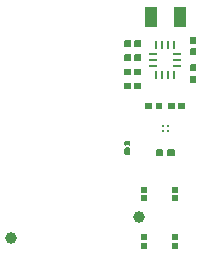
<source format=gtp>
G04 Layer: TopPasteMaskLayer*
G04 EasyEDA Pro v2.2.40.8, 2025-10-17 17:15:36*
G04 Gerber Generator version 0.3*
G04 Scale: 100 percent, Rotated: No, Reflected: No*
G04 Dimensions in millimeters*
G04 Leading zeros omitted, absolute positions, 4 integers and 5 decimals*
G04 Generated by one-click*
%FSLAX45Y45*%
%MOMM*%
%ADD10R,0.55001X0.55001*%
%ADD11R,0.28001X0.67501*%
%ADD12R,0.67501X0.28001*%
%ADD13C,0.18001*%
%ADD14R,1.0X1.8*%
%ADD15C,1.0007*%
%ADD16C,1.0*%
G75*


G04 PolygonModel Start*
G36*
G01X2442620Y2238112D02*
G01X2397619Y2238112D01*
G01X2392620Y2245110D01*
G01X2392620Y2293110D01*
G01X2397619Y2298112D01*
G01X2442620Y2298112D01*
G01X2447619Y2293110D01*
G01X2447619Y2245110D01*
G01X2442620Y2238112D01*
G37*
G36*
G01X2442620Y2142110D02*
G01X2397619Y2142110D01*
G01X2392620Y2147111D01*
G01X2392620Y2195110D01*
G01X2397619Y2202110D01*
G01X2442620Y2202110D01*
G01X2447619Y2195110D01*
G01X2447619Y2147111D01*
G01X2442620Y2142110D01*
G37*
G36*
G01X2397616Y2437116D02*
G01X2442617Y2437116D01*
G01X2447616Y2430119D01*
G01X2447616Y2382118D01*
G01X2442617Y2377116D01*
G01X2397616Y2377116D01*
G01X2392618Y2382118D01*
G01X2392618Y2430119D01*
G01X2397616Y2437116D01*
G37*
G36*
G01X2397616Y2533118D02*
G01X2442617Y2533118D01*
G01X2447616Y2528117D01*
G01X2447616Y2480118D01*
G01X2442617Y2473118D01*
G01X2397616Y2473118D01*
G01X2392618Y2480118D01*
G01X2392618Y2528117D01*
G01X2397616Y2533118D01*
G37*
G36*
G01X2201903Y1527498D02*
G01X2201903Y1572499D01*
G01X2208901Y1577498D01*
G01X2256902Y1577498D01*
G01X2261903Y1572499D01*
G01X2261903Y1527498D01*
G01X2256902Y1522499D01*
G01X2208901Y1522499D01*
G01X2201903Y1527498D01*
G37*
G36*
G01X2105902Y1527498D02*
G01X2105902Y1572499D01*
G01X2110903Y1577498D01*
G01X2158901Y1577498D01*
G01X2165901Y1572499D01*
G01X2165901Y1527498D01*
G01X2158901Y1522499D01*
G01X2110903Y1522499D01*
G01X2105902Y1527498D01*
G37*
G36*
G01X2291111Y1922095D02*
G01X2291111Y1968095D01*
G01X2295112Y1972095D01*
G01X2345175Y1972095D01*
G01X2349176Y1968095D01*
G01X2349176Y1922095D01*
G01X2345175Y1918095D01*
G01X2295112Y1918095D01*
G01X2291111Y1922095D01*
G37*
G36*
G01X2264111Y1922095D02*
G01X2264111Y1968095D01*
G01X2260111Y1972095D01*
G01X2210047Y1972095D01*
G01X2206047Y1968095D01*
G01X2206047Y1922095D01*
G01X2210047Y1918095D01*
G01X2260111Y1918095D01*
G01X2264111Y1922095D01*
G37*
G36*
G01X2074102Y1968095D02*
G01X2074102Y1922095D01*
G01X2070101Y1918095D01*
G01X2020038Y1918095D01*
G01X2016037Y1922095D01*
G01X2016037Y1968095D01*
G01X2020038Y1972095D01*
G01X2070101Y1972095D01*
G01X2074102Y1968095D01*
G37*
G36*
G01X2101102Y1968095D02*
G01X2101102Y1922095D01*
G01X2105102Y1918095D01*
G01X2155166Y1918095D01*
G01X2159166Y1922095D01*
G01X2159166Y1968095D01*
G01X2155166Y1972095D01*
G01X2105102Y1972095D01*
G01X2101102Y1968095D01*
G37*
G36*
G01X1894093Y2135603D02*
G01X1894093Y2089603D01*
G01X1890092Y2085603D01*
G01X1840029Y2085603D01*
G01X1836029Y2089603D01*
G01X1836029Y2135603D01*
G01X1840029Y2139603D01*
G01X1890092Y2139603D01*
G01X1894093Y2135603D01*
G37*
G36*
G01X1921093Y2135603D02*
G01X1921093Y2089603D01*
G01X1925094Y2085603D01*
G01X1975157Y2085603D01*
G01X1979158Y2089603D01*
G01X1979158Y2135603D01*
G01X1975157Y2139603D01*
G01X1925094Y2139603D01*
G01X1921093Y2135603D01*
G37*
G36*
G01X1894093Y2258109D02*
G01X1894093Y2212109D01*
G01X1890092Y2208109D01*
G01X1840029Y2208109D01*
G01X1836029Y2212109D01*
G01X1836029Y2258109D01*
G01X1840029Y2262109D01*
G01X1890092Y2262109D01*
G01X1894093Y2258109D01*
G37*
G36*
G01X1921093Y2258109D02*
G01X1921093Y2212109D01*
G01X1925094Y2208109D01*
G01X1975157Y2208109D01*
G01X1979158Y2212109D01*
G01X1979158Y2258109D01*
G01X1975157Y2262109D01*
G01X1925094Y2262109D01*
G01X1921093Y2258109D01*
G37*
G36*
G01X1894093Y2378115D02*
G01X1894093Y2332115D01*
G01X1890092Y2328115D01*
G01X1840029Y2328115D01*
G01X1836029Y2332115D01*
G01X1836029Y2378115D01*
G01X1840029Y2382115D01*
G01X1890092Y2382115D01*
G01X1894093Y2378115D01*
G37*
G36*
G01X1921093Y2378115D02*
G01X1921093Y2332115D01*
G01X1925094Y2328115D01*
G01X1975157Y2328115D01*
G01X1979158Y2332115D01*
G01X1979158Y2378115D01*
G01X1975157Y2382115D01*
G01X1925094Y2382115D01*
G01X1921093Y2378115D01*
G37*
G36*
G01X1894093Y2498120D02*
G01X1894093Y2452121D01*
G01X1890092Y2448121D01*
G01X1840029Y2448121D01*
G01X1836029Y2452121D01*
G01X1836029Y2498120D01*
G01X1840029Y2502121D01*
G01X1890092Y2502121D01*
G01X1894093Y2498120D01*
G37*
G36*
G01X1921093Y2498120D02*
G01X1921093Y2452121D01*
G01X1925094Y2448121D01*
G01X1975157Y2448121D01*
G01X1979158Y2452121D01*
G01X1979158Y2498120D01*
G01X1975157Y2502121D01*
G01X1925094Y2502121D01*
G01X1921093Y2498120D01*
G37*

G04 Pad Start*
G54D10*
G01X2002501Y1237503D03*
G01X2267499Y1237503D03*
G01X2002501Y1162497D03*
G01X2267499Y1162497D03*
G01X2002501Y837503D03*
G01X2267499Y837503D03*
G01X2002501Y762497D03*
G01X2267499Y762497D03*
G54D11*
G01X2108894Y2211300D03*
G01X2158906Y2211300D03*
G01X2208893Y2211300D03*
G01X2258906Y2211300D03*
G54D12*
G01X2285144Y2287500D03*
G01X2285144Y2337487D03*
G01X2285144Y2387500D03*
G54D11*
G01X2258906Y2463700D03*
G01X2208893Y2463700D03*
G01X2158906Y2463700D03*
G01X2108894Y2463700D03*
G54D12*
G01X2082655Y2387500D03*
G01X2082655Y2337487D03*
G01X2082655Y2287500D03*
G54D13*
G01X2203902Y1772590D03*
G01X2203902Y1732610D03*
G01X2163897Y1772590D03*
G01X2163897Y1732610D03*
G54D14*
G01X2058894Y2699987D03*
G01X2308906Y2699987D03*
G36*
G01X1846513Y1649999D02*
G01X1876513Y1649999D01*
G02X1886513Y1639999I0J-10000D01*
G01X1886513Y1612070D01*
G02X1877977Y1608535I-5000J0D01*
G01X1865049Y1621463D01*
G03X1857977Y1621463I-3536J-3536D01*
G01X1845049Y1608535D01*
G02X1836513Y1612070I-3535J3536D01*
G01X1836513Y1639999D01*
G02X1846513Y1649999I10000J0D01*
G37*
G36*
G01X1836513Y1539999D02*
G01X1836513Y1577928D01*
G02X1837978Y1581463I5000J0D01*
G01X1857977Y1601463D01*
G02X1865049Y1601463I3536J-3535D01*
G01X1885049Y1581462D01*
G02X1886513Y1577926I-3536J-3536D01*
G01X1886513Y1539999D01*
G02X1876513Y1529999I-10000J0D01*
G01X1846513Y1529999D01*
G02X1836513Y1539999I0J10000D01*
G37*
G54D16*
G01X1960096Y1002549D03*
G01X874993Y829953D03*
G04 Pad End*

M02*


</source>
